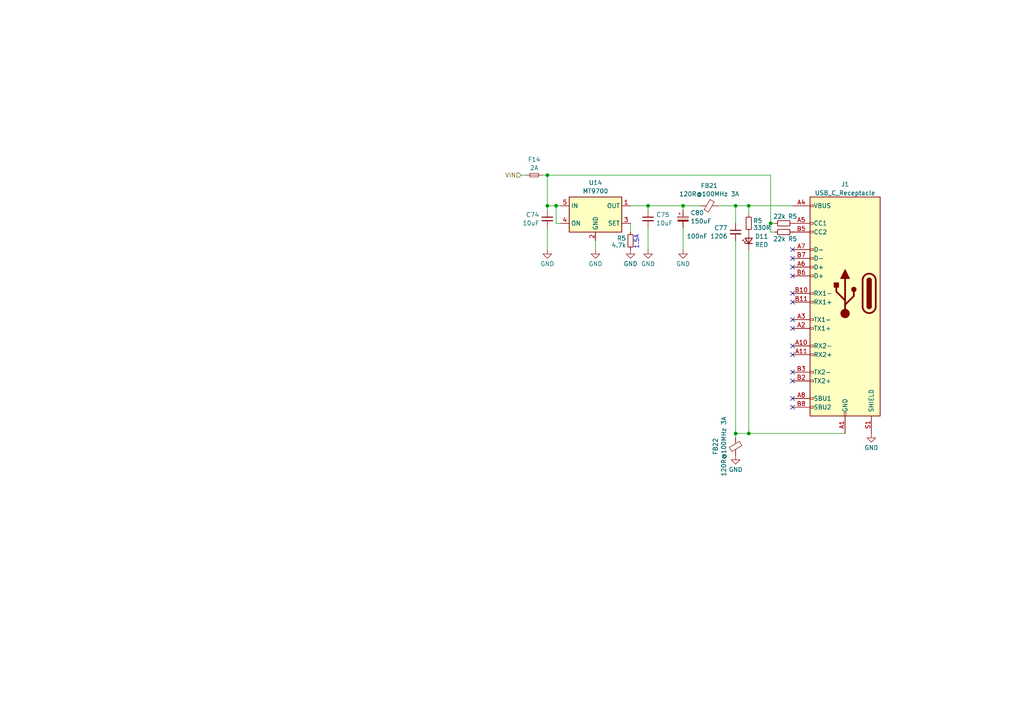
<source format=kicad_sch>
(kicad_sch (version 20230121) (generator eeschema)
  (paper "A4")
  (lib_symbols
    (symbol "Connector:USB_C_Receptacle" (pin_names (offset 1.016))
      (property "Reference" "J" (at -10.16 29.21 0))
      (property "Value" "USB_C_Receptacle" (at 10.16 29.21 0))
      (symbol "USB_C_Receptacle_0_0"
        (rectangle (start -0.254 -35.56) (end 0.254 -34.544))
        (rectangle (start 10.16 -32.766) (end 9.144 -33.274))
        (rectangle (start 10.16 -30.226) (end 9.144 -30.734))
        (rectangle (start 10.16 -25.146) (end 9.144 -25.654))
        (rectangle (start 10.16 -22.606) (end 9.144 -23.114))
        (rectangle (start 10.16 -17.526) (end 9.144 -18.034))
        (rectangle (start 10.16 -14.986) (end 9.144 -15.494))
        (rectangle (start 10.16 -9.906) (end 9.144 -10.414))
        (rectangle (start 10.16 -7.366) (end 9.144 -7.874))
        (rectangle (start 10.16 -2.286) (end 9.144 -2.794))
        (rectangle (start 10.16 0.254) (end 9.144 -0.254))
        (rectangle (start 10.16 5.334) (end 9.144 4.826))
        (rectangle (start 10.16 7.874) (end 9.144 7.366))
        (rectangle (start 10.16 10.414) (end 9.144 9.906))
        (rectangle (start 10.16 12.954) (end 9.144 12.446))
        (rectangle (start 10.16 18.034) (end 9.144 17.526))
        (rectangle (start 10.16 20.574) (end 9.144 20.066))
        (rectangle (start 10.16 25.654) (end 9.144 25.146))
      )
      (symbol "USB_C_Receptacle_0_1"
        (rectangle (start -10.16 27.94) (end 10.16 -35.56) (stroke (width 0.254)) (fill (type background)))
        (arc (start -8.89 -3.81) (mid -6.985 -5.7067) (end -5.08 -3.81) (stroke (width 0.508)))
        (arc (start -7.62 -3.81) (mid -6.985 -4.4423) (end -6.35 -3.81) (stroke (width 0.254)))
        (arc (start -7.62 -3.81) (mid -6.985 -4.4423) (end -6.35 -3.81) (stroke (width 0.254)) (fill (type outline)))
        (rectangle (start -7.62 -3.81) (end -6.35 3.81) (stroke (width 0.254)) (fill (type outline)))
        (arc (start -6.35 3.81) (mid -6.985 4.4423) (end -7.62 3.81) (stroke (width 0.254)))
        (arc (start -6.35 3.81) (mid -6.985 4.4423) (end -7.62 3.81) (stroke (width 0.254)) (fill (type outline)))
        (arc (start -5.08 3.81) (mid -6.985 5.7067) (end -8.89 3.81) (stroke (width 0.508)))
        (polyline (pts (xy -8.89 -3.81) (xy -8.89 3.81)) (stroke (width 0.508)))
        (polyline (pts (xy -5.08 3.81) (xy -5.08 -3.81)) (stroke (width 0.508)))
      )
      (symbol "USB_C_Receptacle_1_1"
        (circle (center -2.54 1.143) (radius 0.635) (stroke (width 0.254)) (fill (type outline)))
        (circle (center 0 -5.842) (radius 1.27) (fill (type outline)))
        (polyline (pts (xy 0 -5.842) (xy 0 4.318)) (stroke (width 0.508)))
        (polyline (pts (xy 0 -3.302) (xy -2.54 -0.762) (xy -2.54 0.508)) (stroke (width 0.508)))
        (polyline (pts (xy 0 -2.032) (xy 2.54 0.508) (xy 2.54 1.778)) (stroke (width 0.508)))
        (polyline (pts (xy -1.27 4.318) (xy 0 6.858) (xy 1.27 4.318) (xy -1.27 4.318)) (stroke (width 0.254)) (fill (type outline)))
        (rectangle (start 1.905 1.778) (end 3.175 3.048) (stroke (width 0.254)) (fill (type outline)))
        (pin passive line (at 0 -40.64 90) (length 5.08) (name "GND") (number "A1"))
        (pin bidirectional line (at 15.24 -15.24 180) (length 5.08) (name "RX2-") (number "A10"))
        (pin bidirectional line (at 15.24 -17.78 180) (length 5.08) (name "RX2+") (number "A11"))
        (pin passive line (at 0 -40.64 90) (length 5.08) hide (name "GND") (number "A12"))
        (pin bidirectional line (at 15.24 -10.16 180) (length 5.08) (name "TX1+") (number "A2"))
        (pin bidirectional line (at 15.24 -7.62 180) (length 5.08) (name "TX1-") (number "A3"))
        (pin passive line (at 15.24 25.4 180) (length 5.08) (name "VBUS") (number "A4"))
        (pin bidirectional line (at 15.24 20.32 180) (length 5.08) (name "CC1") (number "A5"))
        (pin bidirectional line (at 15.24 7.62 180) (length 5.08) (name "D+") (number "A6"))
        (pin bidirectional line (at 15.24 12.7 180) (length 5.08) (name "D-") (number "A7"))
        (pin bidirectional line (at 15.24 -30.48 180) (length 5.08) (name "SBU1") (number "A8"))
        (pin passive line (at 15.24 25.4 180) (length 5.08) hide (name "VBUS") (number "A9"))
        (pin passive line (at 0 -40.64 90) (length 5.08) hide (name "GND") (number "B1"))
        (pin bidirectional line (at 15.24 0 180) (length 5.08) (name "RX1-") (number "B10"))
        (pin bidirectional line (at 15.24 -2.54 180) (length 5.08) (name "RX1+") (number "B11"))
        (pin passive line (at 0 -40.64 90) (length 5.08) hide (name "GND") (number "B12"))
        (pin bidirectional line (at 15.24 -25.4 180) (length 5.08) (name "TX2+") (number "B2"))
        (pin bidirectional line (at 15.24 -22.86 180) (length 5.08) (name "TX2-") (number "B3"))
        (pin passive line (at 15.24 25.4 180) (length 5.08) hide (name "VBUS") (number "B4"))
        (pin bidirectional line (at 15.24 17.78 180) (length 5.08) (name "CC2") (number "B5"))
        (pin bidirectional line (at 15.24 5.08 180) (length 5.08) (name "D+") (number "B6"))
        (pin bidirectional line (at 15.24 10.16 180) (length 5.08) (name "D-") (number "B7"))
        (pin bidirectional line (at 15.24 -33.02 180) (length 5.08) (name "SBU2") (number "B8"))
        (pin passive line (at 15.24 25.4 180) (length 5.08) hide (name "VBUS") (number "B9"))
        (pin passive line (at -7.62 -40.64 90) (length 5.08) (name "SHIELD") (number "S1"))
      )
    )
    (symbol "Device:C_Polarized_Small" (pin_numbers hide) (pin_names (offset 0.254) hide)
      (property "Reference" "C" (at 0.254 1.778 0))
      (property "Value" "C_Polarized_Small" (at 0.254 -2.032 0))
      (symbol "C_Polarized_Small_0_1"
        (rectangle (start -1.524 -0.3048) (end 1.524 -0.6858) (fill (type outline)))
        (rectangle (start -1.524 0.6858) (end 1.524 0.3048))
        (polyline (pts (xy -1.27 1.524) (xy -0.762 1.524)))
        (polyline (pts (xy -1.016 1.27) (xy -1.016 1.778)))
      )
      (symbol "C_Polarized_Small_1_1"
        (pin passive line (at 0 2.54 270) (length 1.8542) (name "~") (number "1"))
        (pin passive line (at 0 -2.54 90) (length 1.8542) (name "~") (number "2"))
      )
    )
    (symbol "Device:C_Small" (pin_numbers hide) (pin_names (offset 0.254) hide)
      (property "Reference" "C" (at 0.254 1.778 0))
      (property "Value" "C_Small" (at 0.254 -2.032 0))
      (symbol "C_Small_0_1"
        (polyline (pts (xy -1.524 -0.508) (xy 1.524 -0.508)) (stroke (width 0.3302)))
        (polyline (pts (xy -1.524 0.508) (xy 1.524 0.508)) (stroke (width 0.3048)))
      )
      (symbol "C_Small_1_1"
        (pin passive line (at 0 2.54 270) (length 2.032) (name "~") (number "1"))
        (pin passive line (at 0 -2.54 90) (length 2.032) (name "~") (number "2"))
      )
    )
    (symbol "Device:FerriteBead_Small" (pin_numbers hide) (pin_names (offset 0))
      (property "Reference" "FB" (at 1.905 1.27 0))
      (property "Value" "FerriteBead_Small" (at 1.905 -1.27 0))
      (symbol "FerriteBead_Small_0_1"
        (polyline (pts (xy 0 -1.27) (xy 0 -0.7874)))
        (polyline (pts (xy 0 0.889) (xy 0 1.2954)))
        (polyline (pts (xy -1.8288 0.2794) (xy -1.1176 1.4986) (xy 1.8288 -0.2032) (xy 1.1176 -1.4224) (xy -1.8288 0.2794)))
      )
      (symbol "FerriteBead_Small_1_1"
        (pin passive line (at 0 2.54 270) (length 1.27) (name "~") (number "1"))
        (pin passive line (at 0 -2.54 90) (length 1.27) (name "~") (number "2"))
      )
    )
    (symbol "Device:Fuse_Small" (pin_numbers hide) (pin_names (offset 0.254) hide)
      (property "Reference" "F" (at 0 -1.524 0))
      (property "Value" "Fuse_Small" (at 0 1.524 0))
      (symbol "Fuse_Small_0_1"
        (rectangle (start -1.27 0.508) (end 1.27 -0.508))
        (polyline (pts (xy -1.27 0) (xy 1.27 0)))
      )
      (symbol "Fuse_Small_1_1"
        (pin passive line (at -2.54 0 0) (length 1.27) (name "~") (number "1"))
        (pin passive line (at 2.54 0 180) (length 1.27) (name "~") (number "2"))
      )
    )
    (symbol "Device:LED_Small" (pin_numbers hide) (pin_names (offset 0.254) hide)
      (property "Reference" "D" (at -1.27 3.175 0))
      (property "Value" "LED_Small" (at -4.445 -2.54 0))
      (symbol "LED_Small_0_1"
        (polyline (pts (xy -0.762 -1.016) (xy -0.762 1.016)) (stroke (width 0.254)))
        (polyline (pts (xy 1.016 0) (xy -0.762 0)))
        (polyline (pts (xy 0.762 -1.016) (xy -0.762 0) (xy 0.762 1.016) (xy 0.762 -1.016)) (stroke (width 0.254)))
        (polyline (pts (xy 0 0.762) (xy -0.508 1.27) (xy -0.254 1.27) (xy -0.508 1.27) (xy -0.508 1.016)))
        (polyline (pts (xy 0.508 1.27) (xy 0 1.778) (xy 0.254 1.778) (xy 0 1.778) (xy 0 1.524)))
      )
      (symbol "LED_Small_1_1"
        (pin passive line (at -2.54 0 0) (length 1.778) (name "K") (number "1"))
        (pin passive line (at 2.54 0 180) (length 1.778) (name "A") (number "2"))
      )
    )
    (symbol "Device:R_Small" (pin_numbers hide) (pin_names (offset 0.254) hide)
      (property "Reference" "R" (at 0.762 0.508 0))
      (property "Value" "R_Small" (at 0.762 -1.016 0))
      (symbol "R_Small_0_1"
        (rectangle (start -0.762 1.778) (end 0.762 -1.778) (stroke (width 0.2032)))
      )
      (symbol "R_Small_1_1"
        (pin passive line (at 0 2.54 270) (length 0.762) (name "~") (number "1"))
        (pin passive line (at 0 -2.54 90) (length 0.762) (name "~") (number "2"))
      )
    )
    (symbol "Power_Management:AAT4610BIGV-1-T1"
      (property "Reference" "U" (at -6.35 -6.35 0))
      (property "Value" "AAT4610BIGV-1-T1" (at 0 6.35 0))
      (symbol "AAT4610BIGV-1-T1_0_1"
        (rectangle (start -7.62 5.08) (end 7.62 -5.08) (stroke (width 0.254)) (fill (type background)))
      )
      (symbol "AAT4610BIGV-1-T1_1_1"
        (pin power_out line (at 10.16 2.54 180) (length 2.54) (name "OUT") (number "1"))
        (pin power_in line (at 0 -7.62 90) (length 2.54) (name "GND") (number "2"))
        (pin passive line (at 10.16 -2.54 180) (length 2.54) (name "SET") (number "3"))
        (pin input line (at -10.16 -2.54 0) (length 2.54) (name "ON") (number "4"))
        (pin power_in line (at -10.16 2.54 0) (length 2.54) (name "IN") (number "5"))
      )
    )
    (symbol "power:GND" (power) (pin_names (offset 0))
      (property "Value" "GND" (at 0 -3.81 0))
      (symbol "GND_0_1"
        (polyline (pts (xy 0 0) (xy 0 -1.27) (xy 1.27 -1.27) (xy 0 -2.54) (xy -1.27 -1.27) (xy 0 -1.27)))
      )
      (symbol "GND_1_1"
        (pin power_in line (at 0 0 270) (length 0) hide (name "GND") (number "1"))
      )
    )
  )
  (junction (at 158.75 59.69))
  (junction (at 217.17 125.73))
  (junction (at 213.36 125.73))
  (junction (at 217.17 59.69))
  (junction (at 198.12 59.69))
  (junction (at 187.96 59.69))
  (junction (at 223.52 64.77))
  (junction (at 158.75 50.8))
  (junction (at 213.36 59.69))
  (junction (at 161.29 59.69))
  (no_connect (at 229.87 80.01))
  (no_connect (at 229.87 110.49))
  (no_connect (at 229.87 74.93))
  (no_connect (at 229.87 115.57))
  (no_connect (at 229.87 92.71))
  (no_connect (at 229.87 77.47))
  (no_connect (at 229.87 85.09))
  (no_connect (at 229.87 102.87))
  (no_connect (at 229.87 95.25))
  (no_connect (at 229.87 72.39))
  (no_connect (at 229.87 107.95))
  (no_connect (at 229.87 87.63))
  (no_connect (at 229.87 100.33))
  (no_connect (at 229.87 118.11))
  (wire (pts (xy 158.75 50.8) (xy 158.75 59.69)))
  (wire (pts (xy 161.29 59.69) (xy 162.56 59.69)))
  (wire (pts (xy 187.96 60.96) (xy 187.96 59.69)))
  (wire (pts (xy 217.17 59.69) (xy 229.87 59.69)))
  (wire (pts (xy 217.17 125.73) (xy 245.11 125.73)))
  (wire (pts (xy 198.12 59.69) (xy 198.12 60.96)))
  (wire (pts (xy 161.29 59.69) (xy 158.75 59.69)))
  (wire (pts (xy 224.79 64.77) (xy 223.52 64.77)))
  (wire (pts (xy 198.12 66.04) (xy 198.12 72.39)))
  (wire (pts (xy 213.36 125.73) (xy 217.17 125.73)))
  (wire (pts (xy 208.28 59.69) (xy 213.36 59.69)))
  (wire (pts (xy 224.79 67.31) (xy 223.52 67.31)))
  (wire (pts (xy 161.29 64.77) (xy 161.29 59.69)))
  (wire (pts (xy 187.96 66.04) (xy 187.96 72.39)))
  (wire (pts (xy 172.72 69.85) (xy 172.72 72.39)))
  (wire (pts (xy 198.12 59.69) (xy 203.2 59.69)))
  (wire (pts (xy 151.13 50.8) (xy 152.4 50.8)))
  (wire (pts (xy 213.36 69.85) (xy 213.36 125.73)))
  (wire (pts (xy 213.36 64.77) (xy 213.36 59.69)))
  (wire (pts (xy 182.88 59.69) (xy 187.96 59.69)))
  (wire (pts (xy 158.75 66.04) (xy 158.75 72.39)))
  (wire (pts (xy 213.36 125.73) (xy 213.36 127)))
  (wire (pts (xy 217.17 72.39) (xy 217.17 125.73)))
  (wire (pts (xy 162.56 64.77) (xy 161.29 64.77)))
  (wire (pts (xy 182.88 64.77) (xy 182.88 67.31)))
  (wire (pts (xy 187.96 59.69) (xy 198.12 59.69)))
  (wire (pts (xy 158.75 59.69) (xy 158.75 60.96)))
  (wire (pts (xy 158.75 50.8) (xy 223.52 50.8)))
  (wire (pts (xy 213.36 59.69) (xy 217.17 59.69)))
  (wire (pts (xy 217.17 59.69) (xy 217.17 62.23)))
  (wire (pts (xy 223.52 67.31) (xy 223.52 64.77)))
  (wire (pts (xy 157.48 50.8) (xy 158.75 50.8)))
  (wire (pts (xy 223.52 64.77) (xy 223.52 50.8)))
  (text "1.5A" (at 185.42 72.39 90) (effects (font (size 1.27 1.27)) (justify left bottom)))
  (hierarchical_label "VIN" (shape input) (at 151.13 50.8 180))
  (symbol (lib_id "power:GND") (at 213.36 132.08 0) (unit 1)
    (property "Reference" "#PWR0105" (effects hide))
    (property "Value" "GND" (at 213.36 136.2131 0))
    (instances (project "blinkekatze-charger" (path "" (reference "#PWR0105") (unit 1)) (path "" (reference "#PWR06") (unit 1)) (path "" (reference "#PWR025") (unit 1)) (path "" (reference "#PWR031") (unit 1)) (path "" (reference "#PWR037") (unit 1)) (path "" (reference "#PWR062") (unit 1)) (path "" (reference "#PWR056") (unit 1)) (path "" (reference "#PWR068") (unit 1)) (path "" (reference "#PWR074") (unit 1)) (path "" (reference "#PWR0111") (unit 1)) (path "" (reference "#PWR093") (unit 1)) (path "" (reference "#PWR099") (unit 1)) (path "" (reference "#PWR0136") (unit 1)) (path "" (reference "#PWR0130") (unit 1)) (path "" (reference "#PWR0142") (unit 1)) (path "" (reference "#PWR0148") (unit 1)) (path "" (reference "#PWR0199") (unit 1)) (path "" (reference "#PWR0187") (unit 1)) (path "" (reference "#PWR0193") (unit 1)) (path "" (reference "#PWR0181") (unit 1))))
  )
  (symbol (lib_id "power:GND") (at 187.96 72.39 0) (unit 1)
    (property "Reference" "#PWR0103" (effects hide))
    (property "Value" "GND" (at 187.96 76.5231 0))
    (instances (project "blinkekatze-charger" (path "" (reference "#PWR0103") (unit 1)) (path "" (reference "#PWR04") (unit 1)) (path "" (reference "#PWR023") (unit 1)) (path "" (reference "#PWR029") (unit 1)) (path "" (reference "#PWR035") (unit 1)) (path "" (reference "#PWR060") (unit 1)) (path "" (reference "#PWR054") (unit 1)) (path "" (reference "#PWR066") (unit 1)) (path "" (reference "#PWR072") (unit 1)) (path "" (reference "#PWR0109") (unit 1)) (path "" (reference "#PWR091") (unit 1)) (path "" (reference "#PWR097") (unit 1)) (path "" (reference "#PWR0134") (unit 1)) (path "" (reference "#PWR0128") (unit 1)) (path "" (reference "#PWR0140") (unit 1)) (path "" (reference "#PWR0146") (unit 1)) (path "" (reference "#PWR0197") (unit 1)) (path "" (reference "#PWR0185") (unit 1)) (path "" (reference "#PWR0191") (unit 1)) (path "" (reference "#PWR0179") (unit 1))))
  )
  (symbol (lib_id "Power_Management:AAT4610BIGV-1-T1") (at 172.72 62.23 0) (unit 1)
    (property "Reference" "U14" (at 172.72 53.0057 0))
    (property "Value" "MT9700" (at 172.72 55.4299 0))
    (property "Footprint" "Package_TO_SOT_SMD:SOT-23-5" (effects hide))
    (property "Datasheet" "https://datasheet.lcsc.com/lcsc/1809291208_XI-AN-Aerosemi-Tech-MT9700_C89855.pdf" (effects hide))
    (property "LCSC" "C89855" (effects hide))
    (instances (project "blinkekatze-charger" (path "" (reference "U14") (unit 1)) (path "" (reference "U1") (unit 1)) (path "" (reference "U3") (unit 1)) (path "" (reference "U4") (unit 1)) (path "" (reference "U5") (unit 1)) (path "" (reference "U8") (unit 1)) (path "" (reference "U7") (unit 1)) (path "" (reference "U9") (unit 1)) (path "" (reference "U10") (unit 1)) (path "" (reference "U15") (unit 1)) (path "" (reference "U12") (unit 1)) (path "" (reference "U13") (unit 1)) (path "" (reference "U18") (unit 1)) (path "" (reference "U17") (unit 1)) (path "" (reference "U19") (unit 1)) (path "" (reference "U20") (unit 1)) (path "" (reference "U26") (unit 1)) (path "" (reference "U24") (unit 1)) (path "" (reference "U25") (unit 1)) (path "" (reference "U23") (unit 1))))
  )
  (symbol (lib_id "Device:C_Small") (at 187.96 63.5 0) (unit 1)
    (property "Reference" "C75" (at 190.2841 62.2942 0) (effects (justify left)))
    (property "Value" "10uF" (at 190.2841 64.7184 0) (effects (justify left)))
    (property "Footprint" "Capacitor_SMD:C_0805_2012Metric" (effects hide))
    (property "LCSC" "C440198" (effects hide))
    (instances (project "blinkekatze-charger" (path "" (reference "C75") (unit 1)) (path "" (reference "C2") (unit 1)) (path "" (reference "C17") (unit 1)) (path "" (reference "C21") (unit 1)) (path "" (reference "C25") (unit 1)) (path "" (reference "C44") (unit 1)) (path "" (reference "C40") (unit 1)) (path "" (reference "C48") (unit 1)) (path "" (reference "C52") (unit 1)) (path "" (reference "C79") (unit 1)) (path "" (reference "C67") (unit 1)) (path "" (reference "C71") (unit 1)) (path "" (reference "C98") (unit 1)) (path "" (reference "C94") (unit 1)) (path "" (reference "C102") (unit 1)) (path "" (reference "C106") (unit 1)) (path "" (reference "C142") (unit 1)) (path "" (reference "C134") (unit 1)) (path "" (reference "C138") (unit 1)) (path "" (reference "C130") (unit 1))))
  )
  (symbol (lib_id "Device:FerriteBead_Small") (at 205.74 59.69 90) (unit 1)
    (property "Reference" "FB21" (at 205.7019 53.8439 90))
    (property "Value" "120R@100MHz 3A" (at 205.7019 56.2681 90))
    (property "Footprint" "Inductor_SMD:L_0805_2012Metric" (effects hide))
    (property "LCSC" "C79382" (effects hide))
    (instances (project "blinkekatze-charger" (path "" (reference "FB21") (unit 1)) (path "" (reference "FB1") (unit 1)) (path "" (reference "FB3") (unit 1)) (path "" (reference "FB5") (unit 1)) (path "" (reference "FB7") (unit 1)) (path "" (reference "FB11") (unit 1)) (path "" (reference "FB9") (unit 1)) (path "" (reference "FB13") (unit 1)) (path "" (reference "FB15") (unit 1)) (path "" (reference "FB23") (unit 1)) (path "" (reference "FB17") (unit 1)) (path "" (reference "FB19") (unit 1)) (path "" (reference "FB27") (unit 1)) (path "" (reference "FB25") (unit 1)) (path "" (reference "FB29") (unit 1)) (path "" (reference "FB31") (unit 1)) (path "" (reference "FB39") (unit 1)) (path "" (reference "FB35") (unit 1)) (path "" (reference "FB37") (unit 1)) (path "" (reference "FB33") (unit 1))))
  )
  (symbol (lib_id "power:GND") (at 252.73 125.73 0) (unit 1)
    (property "Reference" "#PWR0205" (effects hide))
    (property "Value" "GND" (at 252.73 129.8631 0))
    (instances (project "blinkekatze-charger" (path "" (reference "#PWR0205") (unit 1)) (path "" (reference "#PWR0206") (unit 1)) (path "" (reference "#PWR0207") (unit 1)) (path "" (reference "#PWR0208") (unit 1)) (path "" (reference "#PWR0209") (unit 1)) (path "" (reference "#PWR0210") (unit 1)) (path "" (reference "#PWR0211") (unit 1)) (path "" (reference "#PWR0212") (unit 1)) (path "" (reference "#PWR0213") (unit 1)) (path "" (reference "#PWR0214") (unit 1)) (path "" (reference "#PWR0215") (unit 1)) (path "" (reference "#PWR0216") (unit 1)) (path "" (reference "#PWR0217") (unit 1)) (path "" (reference "#PWR0218") (unit 1)) (path "" (reference "#PWR0219") (unit 1)) (path "" (reference "#PWR0220") (unit 1)) (path "" (reference "#PWR0221") (unit 1)) (path "" (reference "#PWR0222") (unit 1)) (path "" (reference "#PWR0223") (unit 1)) (path "" (reference "#PWR0224") (unit 1))))
  )
  (symbol (lib_id "power:GND") (at 182.88 72.39 0) (unit 1)
    (property "Reference" "#PWR0102" (effects hide))
    (property "Value" "GND" (at 182.88 76.5231 0))
    (instances (project "blinkekatze-charger" (path "" (reference "#PWR0102") (unit 1)) (path "" (reference "#PWR03") (unit 1)) (path "" (reference "#PWR022") (unit 1)) (path "" (reference "#PWR028") (unit 1)) (path "" (reference "#PWR034") (unit 1)) (path "" (reference "#PWR059") (unit 1)) (path "" (reference "#PWR053") (unit 1)) (path "" (reference "#PWR065") (unit 1)) (path "" (reference "#PWR071") (unit 1)) (path "" (reference "#PWR0108") (unit 1)) (path "" (reference "#PWR090") (unit 1)) (path "" (reference "#PWR096") (unit 1)) (path "" (reference "#PWR0133") (unit 1)) (path "" (reference "#PWR0127") (unit 1)) (path "" (reference "#PWR0139") (unit 1)) (path "" (reference "#PWR0145") (unit 1)) (path "" (reference "#PWR0196") (unit 1)) (path "" (reference "#PWR0184") (unit 1)) (path "" (reference "#PWR0190") (unit 1)) (path "" (reference "#PWR0178") (unit 1))))
  )
  (symbol (lib_id "Device:LED_Small") (at 217.17 69.85 90) (unit 1)
    (property "Reference" "D11" (at 218.948 68.5744 90) (effects (justify right)))
    (property "Value" "RED" (at 218.948 70.9986 90) (effects (justify right)))
    (property "Footprint" "LED_THT:LED_D3.0mm" (effects hide))
    (property "LCSC" "C99771" (effects hide))
    (instances (project "blinkekatze-charger" (path "" (reference "D11") (unit 1)) (path "" (reference "D1") (unit 1)) (path "" (reference "D2") (unit 1)) (path "" (reference "D3") (unit 1)) (path "" (reference "D4") (unit 1)) (path "" (reference "D6") (unit 1)) (path "" (reference "D5") (unit 1)) (path "" (reference "D7") (unit 1)) (path "" (reference "D8") (unit 1)) (path "" (reference "D12") (unit 1)) (path "" (reference "D9") (unit 1)) (path "" (reference "D10") (unit 1)) (path "" (reference "D14") (unit 1)) (path "" (reference "D13") (unit 1)) (path "" (reference "D15") (unit 1)) (path "" (reference "D16") (unit 1)) (path "" (reference "D21") (unit 1)) (path "" (reference "D19") (unit 1)) (path "" (reference "D20") (unit 1)) (path "" (reference "D18") (unit 1))))
  )
  (symbol (lib_id "Device:C_Small") (at 213.36 67.31 0) (mirror y) (unit 1)
    (property "Reference" "C77" (at 211.0359 66.1042 0) (effects (justify left)))
    (property "Value" "100nF 1206" (at 211.0359 68.5284 0) (effects (justify left)))
    (property "Footprint" "Capacitor_SMD:C_1206_3216Metric" (effects hide))
    (property "LCSC" "C24497" (effects hide))
    (instances (project "blinkekatze-charger" (path "" (reference "C77") (unit 1)) (path "" (reference "C4") (unit 1)) (path "" (reference "C19") (unit 1)) (path "" (reference "C23") (unit 1)) (path "" (reference "C27") (unit 1)) (path "" (reference "C46") (unit 1)) (path "" (reference "C42") (unit 1)) (path "" (reference "C50") (unit 1)) (path "" (reference "C54") (unit 1)) (path "" (reference "C81") (unit 1)) (path "" (reference "C69") (unit 1)) (path "" (reference "C73") (unit 1)) (path "" (reference "C100") (unit 1)) (path "" (reference "C96") (unit 1)) (path "" (reference "C104") (unit 1)) (path "" (reference "C108") (unit 1)) (path "" (reference "C144") (unit 1)) (path "" (reference "C136") (unit 1)) (path "" (reference "C140") (unit 1)) (path "" (reference "C132") (unit 1))))
  )
  (symbol (lib_id "power:GND") (at 198.12 72.39 0) (mirror y) (unit 1)
    (property "Reference" "#PWR0104" (effects hide))
    (property "Value" "GND" (at 198.12 76.5231 0))
    (instances (project "blinkekatze-charger" (path "" (reference "#PWR0104") (unit 1)) (path "" (reference "#PWR05") (unit 1)) (path "" (reference "#PWR024") (unit 1)) (path "" (reference "#PWR030") (unit 1)) (path "" (reference "#PWR036") (unit 1)) (path "" (reference "#PWR061") (unit 1)) (path "" (reference "#PWR055") (unit 1)) (path "" (reference "#PWR067") (unit 1)) (path "" (reference "#PWR073") (unit 1)) (path "" (reference "#PWR0110") (unit 1)) (path "" (reference "#PWR092") (unit 1)) (path "" (reference "#PWR098") (unit 1)) (path "" (reference "#PWR0135") (unit 1)) (path "" (reference "#PWR0129") (unit 1)) (path "" (reference "#PWR0141") (unit 1)) (path "" (reference "#PWR0147") (unit 1)) (path "" (reference "#PWR0198") (unit 1)) (path "" (reference "#PWR0186") (unit 1)) (path "" (reference "#PWR0192") (unit 1)) (path "" (reference "#PWR0180") (unit 1))))
  )
  (symbol (lib_id "Device:R_Small") (at 217.17 64.77 180) (unit 1)
    (property "Reference" "R5" (at 218.44 64.77 0) (effects (justify right top)))
    (property "Value" "330R" (at 218.44 66.04 0) (effects (justify right)))
    (property "Footprint" "Resistor_SMD:R_0402_1005Metric" (effects hide))
    (property "LCSC" "C25104" (effects hide))
    (instances (project "Gigaset-Debug-Adapter" (path "" (reference "R5") (unit 1))) (project "blinkekatze-charger" (path "" (reference "R55") (unit 1)) (path "" (reference "R2") (unit 1)) (path "" (reference "R9") (unit 1)) (path "" (reference "R13") (unit 1)) (path "" (reference "R17") (unit 1)) (path "" (reference "R28") (unit 1)) (path "" (reference "R24") (unit 1)) (path "" (reference "R32") (unit 1)) (path "" (reference "R43") (unit 1)) (path "" (reference "R51") (unit 1)) (path "" (reference "R97") (unit 1)) (path "" (reference "R47") (unit 1)) (path "" (reference "R66") (unit 1)) (path "" (reference "R62") (unit 1)) (path "" (reference "R70") (unit 1)) (path "" (reference "R74") (unit 1)) (path "" (reference "R36") (unit 1)) (path "" (reference "R101") (unit 1)) (path "" (reference "R93") (unit 1)) (path "" (reference "R89") (unit 1))))
  )
  (symbol (lib_id "Connector:USB_C_Receptacle") (at 245.11 85.09 0) (mirror y) (unit 1)
    (property "Reference" "J1" (at 245.11 53.4502 0))
    (property "Value" "USB_C_Receptacle" (at 245.11 55.9871 0))
    (property "Footprint" "Connector_Jing:USB_Type_C_Straight_C168703" (effects hide))
    (property "Datasheet" "https://www.usb.org/sites/default/files/documents/usb_type-c.zip" (effects hide))
    (property "LCSC" "C168703" (effects hide))
    (instances (project "Gigaset-Debug-Adapter" (path "" (reference "J1") (unit 1))) (project "blinkekatze-charger" (path "" (reference "J12") (unit 1)) (path "" (reference "J1") (unit 1)) (path "" (reference "J2") (unit 1)) (path "" (reference "J3") (unit 1)) (path "" (reference "J4") (unit 1)) (path "" (reference "J6") (unit 1)) (path "" (reference "J5") (unit 1)) (path "" (reference "J7") (unit 1)) (path "" (reference "J9") (unit 1)) (path "" (reference "J11") (unit 1)) (path "" (reference "J20") (unit 1)) (path "" (reference "J10") (unit 1)) (path "" (reference "J14") (unit 1)) (path "" (reference "J13") (unit 1)) (path "" (reference "J15") (unit 1)) (path "" (reference "J16") (unit 1)) (path "" (reference "J8") (unit 1)) (path "" (reference "J21") (unit 1)) (path "" (reference "J19") (unit 1)) (path "" (reference "J18") (unit 1))))
  )
  (symbol (lib_id "Device:C_Polarized_Small") (at 198.12 63.5 0) (unit 1)
    (property "Reference" "C80" (at 200.279 61.7418 0) (effects (justify left)))
    (property "Value" "150uF" (at 200.279 64.166 0) (effects (justify left)))
    (property "Footprint" "Capacitor_SMD:CP_Elec_6.3x7.7" (effects hide))
    (property "LCSC" "C250091" (effects hide))
    (instances (project "blinkekatze-charger" (path "" (reference "C80") (unit 1)) (path "" (reference "C131") (unit 1)) (path "" (reference "C139") (unit 1)) (path "" (reference "C135") (unit 1)) (path "" (reference "C143") (unit 1)) (path "" (reference "C107") (unit 1)) (path "" (reference "C103") (unit 1)) (path "" (reference "C95") (unit 1)) (path "" (reference "C99") (unit 1)) (path "" (reference "C72") (unit 1)) (path "" (reference "C68") (unit 1)) (path "" (reference "C76") (unit 1)) (path "" (reference "C53") (unit 1)) (path "" (reference "C49") (unit 1)) (path "" (reference "C41") (unit 1)) (path "" (reference "C45") (unit 1)) (path "" (reference "C26") (unit 1)) (path "" (reference "C22") (unit 1)) (path "" (reference "C18") (unit 1)) (path "" (reference "C3") (unit 1))))
  )
  (symbol (lib_id "power:GND") (at 158.75 72.39 0) (unit 1)
    (property "Reference" "#PWR0100" (effects hide))
    (property "Value" "GND" (at 158.75 76.5231 0))
    (instances (project "blinkekatze-charger" (path "" (reference "#PWR0100") (unit 1)) (path "" (reference "#PWR01") (unit 1)) (path "" (reference "#PWR020") (unit 1)) (path "" (reference "#PWR026") (unit 1)) (path "" (reference "#PWR032") (unit 1)) (path "" (reference "#PWR057") (unit 1)) (path "" (reference "#PWR051") (unit 1)) (path "" (reference "#PWR063") (unit 1)) (path "" (reference "#PWR069") (unit 1)) (path "" (reference "#PWR0106") (unit 1)) (path "" (reference "#PWR088") (unit 1)) (path "" (reference "#PWR094") (unit 1)) (path "" (reference "#PWR0131") (unit 1)) (path "" (reference "#PWR0125") (unit 1)) (path "" (reference "#PWR0137") (unit 1)) (path "" (reference "#PWR0143") (unit 1)) (path "" (reference "#PWR0194") (unit 1)) (path "" (reference "#PWR0182") (unit 1)) (path "" (reference "#PWR0188") (unit 1)) (path "" (reference "#PWR0176") (unit 1))))
  )
  (symbol (lib_id "Device:FerriteBead_Small") (at 213.36 129.54 0) (mirror y) (unit 1)
    (property "Reference" "FB22" (at 207.5139 129.5019 90))
    (property "Value" "120R@100MHz 3A" (at 209.9381 129.5019 90))
    (property "Footprint" "Inductor_SMD:L_0805_2012Metric" (effects hide))
    (property "LCSC" "C79382" (effects hide))
    (instances (project "blinkekatze-charger" (path "" (reference "FB22") (unit 1)) (path "" (reference "FB2") (unit 1)) (path "" (reference "FB4") (unit 1)) (path "" (reference "FB6") (unit 1)) (path "" (reference "FB8") (unit 1)) (path "" (reference "FB12") (unit 1)) (path "" (reference "FB10") (unit 1)) (path "" (reference "FB14") (unit 1)) (path "" (reference "FB16") (unit 1)) (path "" (reference "FB24") (unit 1)) (path "" (reference "FB18") (unit 1)) (path "" (reference "FB20") (unit 1)) (path "" (reference "FB28") (unit 1)) (path "" (reference "FB26") (unit 1)) (path "" (reference "FB30") (unit 1)) (path "" (reference "FB32") (unit 1)) (path "" (reference "FB40") (unit 1)) (path "" (reference "FB36") (unit 1)) (path "" (reference "FB38") (unit 1)) (path "" (reference "FB34") (unit 1))))
  )
  (symbol (lib_id "Device:R_Small") (at 182.88 69.85 0) (mirror x) (unit 1)
    (property "Reference" "R5" (at 181.61 69.85 0) (effects (justify right top)))
    (property "Value" "4.7k" (at 181.61 71.12 0) (effects (justify right)))
    (property "Footprint" "Resistor_SMD:R_0402_1005Metric" (effects hide))
    (property "LCSC" "C25900" (effects hide))
    (instances (project "Gigaset-Debug-Adapter" (path "" (reference "R5") (unit 1))) (project "blinkekatze-charger" (path "" (reference "R50") (unit 1)) (path "" (reference "R96") (unit 1)) (path "" (reference "R92") (unit 1)) (path "" (reference "R100") (unit 1)) (path "" (reference "R35") (unit 1)) (path "" (reference "R73") (unit 1)) (path "" (reference "R69") (unit 1)) (path "" (reference "R61") (unit 1)) (path "" (reference "R65") (unit 1)) (path "" (reference "R46") (unit 1)) (path "" (reference "R88") (unit 1)) (path "" (reference "R42") (unit 1)) (path "" (reference "R31") (unit 1)) (path "" (reference "R23") (unit 1)) (path "" (reference "R27") (unit 1)) (path "" (reference "R16") (unit 1)) (path "" (reference "R12") (unit 1)) (path "" (reference "R8") (unit 1)) (path "" (reference "R1") (unit 1)) (path "" (reference "R54") (unit 1))))
  )
  (symbol (lib_id "power:GND") (at 172.72 72.39 0) (unit 1)
    (property "Reference" "#PWR0101" (effects hide))
    (property "Value" "GND" (at 172.72 76.5231 0))
    (instances (project "blinkekatze-charger" (path "" (reference "#PWR0101") (unit 1)) (path "" (reference "#PWR02") (unit 1)) (path "" (reference "#PWR021") (unit 1)) (path "" (reference "#PWR027") (unit 1)) (path "" (reference "#PWR033") (unit 1)) (path "" (reference "#PWR058") (unit 1)) (path "" (reference "#PWR052") (unit 1)) (path "" (reference "#PWR064") (unit 1)) (path "" (reference "#PWR070") (unit 1)) (path "" (reference "#PWR0107") (unit 1)) (path "" (reference "#PWR089") (unit 1)) (path "" (reference "#PWR095") (unit 1)) (path "" (reference "#PWR0132") (unit 1)) (path "" (reference "#PWR0126") (unit 1)) (path "" (reference "#PWR0138") (unit 1)) (path "" (reference "#PWR0144") (unit 1)) (path "" (reference "#PWR0195") (unit 1)) (path "" (reference "#PWR0183") (unit 1)) (path "" (reference "#PWR0189") (unit 1)) (path "" (reference "#PWR0177") (unit 1))))
  )
  (symbol (lib_id "Device:R_Small") (at 227.33 67.31 90) (mirror x) (unit 1)
    (property "Reference" "R5" (at 229.87 68.58 90) (effects (justify top)))
    (property "Value" "22k" (at 226.06 68.58 90) (effects (justify top)))
    (property "Footprint" "Resistor_SMD:R_0402_1005Metric" (effects hide))
    (property "LCSC" "C25768" (effects hide))
    (instances (project "Gigaset-Debug-Adapter" (path "" (reference "R5") (unit 1))) (project "blinkekatze-charger" (path "" (reference "R57") (unit 1)) (path "" (reference "R4") (unit 1)) (path "" (reference "R11") (unit 1)) (path "" (reference "R15") (unit 1)) (path "" (reference "R19") (unit 1)) (path "" (reference "R30") (unit 1)) (path "" (reference "R26") (unit 1)) (path "" (reference "R34") (unit 1)) (path "" (reference "R45") (unit 1)) (path "" (reference "R53") (unit 1)) (path "" (reference "R99") (unit 1)) (path "" (reference "R49") (unit 1)) (path "" (reference "R68") (unit 1)) (path "" (reference "R64") (unit 1)) (path "" (reference "R72") (unit 1)) (path "" (reference "R76") (unit 1)) (path "" (reference "R38") (unit 1)) (path "" (reference "R103") (unit 1)) (path "" (reference "R95") (unit 1)) (path "" (reference "R91") (unit 1))))
  )
  (symbol (lib_id "Device:Fuse_Small") (at 154.94 50.8 0) (unit 1)
    (property "Reference" "F14" (at 154.94 46.2747 0))
    (property "Value" "2A" (at 154.94 48.6989 0))
    (property "Footprint" "Fuse:Fuse_1206_3216Metric" (effects hide))
    (property "LCSC" "C187611" (effects hide))
    (instances (project "blinkekatze-charger" (path "" (reference "F14") (unit 1)) (path "" (reference "F1") (unit 1)) (path "" (reference "F2") (unit 1)) (path "" (reference "F3") (unit 1)) (path "" (reference "F4") (unit 1)) (path "" (reference "F8") (unit 1)) (path "" (reference "F7") (unit 1)) (path "" (reference "F9") (unit 1)) (path "" (reference "F10") (unit 1)) (path "" (reference "F15") (unit 1)) (path "" (reference "F12") (unit 1)) (path "" (reference "F13") (unit 1)) (path "" (reference "F18") (unit 1)) (path "" (reference "F17") (unit 1)) (path "" (reference "F19") (unit 1)) (path "" (reference "F20") (unit 1)) (path "" (reference "F26") (unit 1)) (path "" (reference "F24") (unit 1)) (path "" (reference "F25") (unit 1)) (path "" (reference "F23") (unit 1))))
  )
  (symbol (lib_id "Device:C_Small") (at 158.75 63.5 0) (mirror y) (unit 1)
    (property "Reference" "C74" (at 156.4259 62.2942 0) (effects (justify left)))
    (property "Value" "10uF" (at 156.4259 64.7184 0) (effects (justify left)))
    (property "Footprint" "Capacitor_SMD:C_0805_2012Metric" (effects hide))
    (property "LCSC" "C440198" (effects hide))
    (instances (project "blinkekatze-charger" (path "" (reference "C74") (unit 1)) (path "" (reference "C1") (unit 1)) (path "" (reference "C16") (unit 1)) (path "" (reference "C20") (unit 1)) (path "" (reference "C24") (unit 1)) (path "" (reference "C43") (unit 1)) (path "" (reference "C39") (unit 1)) (path "" (reference "C47") (unit 1)) (path "" (reference "C51") (unit 1)) (path "" (reference "C78") (unit 1)) (path "" (reference "C66") (unit 1)) (path "" (reference "C70") (unit 1)) (path "" (reference "C97") (unit 1)) (path "" (reference "C93") (unit 1)) (path "" (reference "C101") (unit 1)) (path "" (reference "C105") (unit 1)) (path "" (reference "C141") (unit 1)) (path "" (reference "C133") (unit 1)) (path "" (reference "C137") (unit 1)) (path "" (reference "C129") (unit 1))))
  )
  (symbol (lib_id "Device:R_Small") (at 227.33 64.77 90) (mirror x) (unit 1)
    (property "Reference" "R5" (at 229.87 63.5 90) (effects (justify bottom)))
    (property "Value" "22k" (at 226.06 63.5 90) (effects (justify bottom)))
    (property "Footprint" "Resistor_SMD:R_0402_1005Metric" (effects hide))
    (property "LCSC" "C25768" (effects hide))
    (instances (project "Gigaset-Debug-Adapter" (path "" (reference "R5") (unit 1))) (project "blinkekatze-charger" (path "" (reference "R52") (unit 1)) (path "" (reference "R98") (unit 1)) (path "" (reference "R94") (unit 1)) (path "" (reference "R102") (unit 1)) (path "" (reference "R37") (unit 1)) (path "" (reference "R75") (unit 1)) (path "" (reference "R71") (unit 1)) (path "" (reference "R63") (unit 1)) (path "" (reference "R67") (unit 1)) (path "" (reference "R48") (unit 1)) (path "" (reference "R90") (unit 1)) (path "" (reference "R44") (unit 1)) (path "" (reference "R33") (unit 1)) (path "" (reference "R25") (unit 1)) (path "" (reference "R29") (unit 1)) (path "" (reference "R18") (unit 1)) (path "" (reference "R14") (unit 1)) (path "" (reference "R10") (unit 1)) (path "" (reference "R3") (unit 1)) (path "" (reference "R56") (unit 1))))
  )
)
</source>
